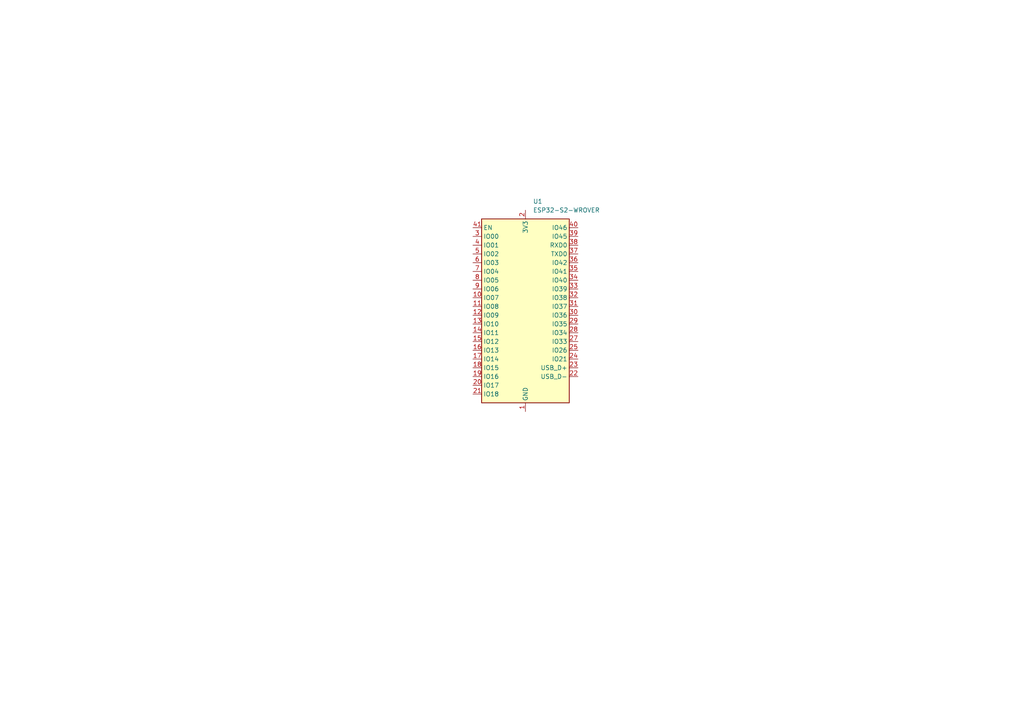
<source format=kicad_sch>
(kicad_sch (version 20230121) (generator eeschema)
  (paper "A4")
  (lib_symbols
    (symbol "RF_Module:ESP32-S2-WROVER"
      (property "Reference" "U" (at -12.7 29.21 0))
      (property "Value" "ESP32-S2-WROVER" (at 2.54 29.21 0))
      (symbol "ESP32-S2-WROVER_0_1"
        (rectangle (start -12.7 27.94) (end 12.7 -25.4) (stroke (width 0.254)) (fill (type background)))
      )
      (symbol "ESP32-S2-WROVER_1_1"
        (pin power_in line (at 0 -27.94 90) (length 2.54) (name "GND") (number "1"))
        (pin bidirectional line (at -15.24 5.08 0) (length 2.54) (name "IO07") (number "10"))
        (pin bidirectional line (at -15.24 2.54 0) (length 2.54) (name "IO08") (number "11"))
        (pin bidirectional line (at -15.24 0 0) (length 2.54) (name "IO09") (number "12"))
        (pin bidirectional line (at -15.24 -2.54 0) (length 2.54) (name "IO10") (number "13"))
        (pin bidirectional line (at -15.24 -5.08 0) (length 2.54) (name "IO11") (number "14"))
        (pin bidirectional line (at -15.24 -7.62 0) (length 2.54) (name "IO12") (number "15"))
        (pin bidirectional line (at -15.24 -10.16 0) (length 2.54) (name "IO13") (number "16"))
        (pin bidirectional line (at -15.24 -12.7 0) (length 2.54) (name "IO14") (number "17"))
        (pin bidirectional line (at -15.24 -15.24 0) (length 2.54) (name "IO15") (number "18"))
        (pin bidirectional line (at -15.24 -17.78 0) (length 2.54) (name "IO16") (number "19"))
        (pin power_in line (at 0 30.48 270) (length 2.54) (name "3V3") (number "2"))
        (pin bidirectional line (at -15.24 -20.32 0) (length 2.54) (name "IO17") (number "20"))
        (pin bidirectional line (at -15.24 -22.86 0) (length 2.54) (name "IO18") (number "21"))
        (pin bidirectional line (at 15.24 -17.78 180) (length 2.54) (name "USB_D-") (number "22"))
        (pin bidirectional line (at 15.24 -15.24 180) (length 2.54) (name "USB_D+") (number "23"))
        (pin bidirectional line (at 15.24 -12.7 180) (length 2.54) (name "IO21") (number "24"))
        (pin bidirectional line (at 15.24 -10.16 180) (length 2.54) (name "IO26") (number "25"))
        (pin passive line (at 0 -27.94 90) (length 2.54) hide (name "GND") (number "26"))
        (pin bidirectional line (at 15.24 -7.62 180) (length 2.54) (name "IO33") (number "27"))
        (pin bidirectional line (at 15.24 -5.08 180) (length 2.54) (name "IO34") (number "28"))
        (pin bidirectional line (at 15.24 -2.54 180) (length 2.54) (name "IO35") (number "29"))
        (pin bidirectional line (at -15.24 22.86 0) (length 2.54) (name "IO00") (number "3"))
        (pin bidirectional line (at 15.24 0 180) (length 2.54) (name "IO36") (number "30"))
        (pin bidirectional line (at 15.24 2.54 180) (length 2.54) (name "IO37") (number "31"))
        (pin bidirectional line (at 15.24 5.08 180) (length 2.54) (name "IO38") (number "32"))
        (pin bidirectional line (at 15.24 7.62 180) (length 2.54) (name "IO39") (number "33"))
        (pin bidirectional line (at 15.24 10.16 180) (length 2.54) (name "IO40") (number "34"))
        (pin bidirectional line (at 15.24 12.7 180) (length 2.54) (name "IO41") (number "35"))
        (pin bidirectional line (at 15.24 15.24 180) (length 2.54) (name "IO42") (number "36"))
        (pin bidirectional line (at 15.24 17.78 180) (length 2.54) (name "TXD0") (number "37"))
        (pin bidirectional line (at 15.24 20.32 180) (length 2.54) (name "RXD0") (number "38"))
        (pin bidirectional line (at 15.24 22.86 180) (length 2.54) (name "IO45") (number "39"))
        (pin bidirectional line (at -15.24 20.32 0) (length 2.54) (name "IO01") (number "4"))
        (pin input line (at 15.24 25.4 180) (length 2.54) (name "IO46") (number "40"))
        (pin input line (at -15.24 25.4 0) (length 2.54) (name "EN") (number "41"))
        (pin passive line (at 0 -27.94 90) (length 2.54) hide (name "GND") (number "42"))
        (pin passive line (at 0 -27.94 90) (length 2.54) hide (name "GND") (number "43"))
        (pin bidirectional line (at -15.24 17.78 0) (length 2.54) (name "IO02") (number "5"))
        (pin bidirectional line (at -15.24 15.24 0) (length 2.54) (name "IO03") (number "6"))
        (pin bidirectional line (at -15.24 12.7 0) (length 2.54) (name "IO04") (number "7"))
        (pin bidirectional line (at -15.24 10.16 0) (length 2.54) (name "IO05") (number "8"))
        (pin bidirectional line (at -15.24 7.62 0) (length 2.54) (name "IO06") (number "9"))
      )
    )
  )
  (symbol (lib_id "RF_Module:ESP32-S2-WROVER") (at 152.4 91.44 0) (unit 1)
    (property "Reference" "U1" (at 154.5941 58.42 0) (effects (justify left)))
    (property "Value" "ESP32-S2-WROVER" (at 154.5941 60.96 0) (effects (justify left)))
    (property "Footprint" "RF_Module:ESP32-S2-WROVER" (effects hide))
    (property "Datasheet" "https://www.espressif.com/sites/default/files/documentation/esp32-s2-wroom_esp32-s2-wroom-i_datasheet_en.pdf" (effects hide))
  )
)
</source>
